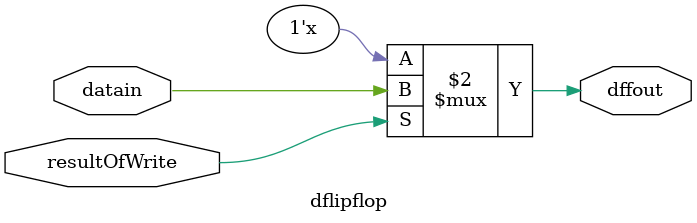
<source format=v>

module dflipflop(datain,resultOfWrite,dffout);
input datain;
input resultOfWrite;
output reg dffout;


always @ (*)
begin
 case (resultOfWrite)
		  1'b0: dffout=dffout;   
		  1'b1: dffout=datain;	
 endcase
end

endmodule
</source>
